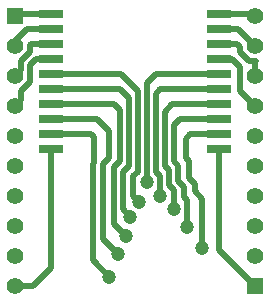
<source format=gtl>
G04 ( created by brdgerber.py ( brdgerber.py v0.1 2014-03-12 ) ) date 2021-02-10 09:33:23 EST*
G04 Gerber Fmt 3.4, Leading zero omitted, Abs format*
%MOIN*%
%FSLAX34Y34*%
G01*
G70*
G90*
G04 APERTURE LIST*
%ADD17C,0.0200*%
%ADD10R,0.0800X0.0260*%
%ADD11C,0.0050*%
%ADD19C,0.0000*%
%ADD20C,0.0059*%
%ADD13C,0.0020*%
%ADD15C,0.0550*%
%ADD16C,0.0120*%
%ADD18C,0.0472*%
%ADD14R,0.0550X0.0550*%
%ADD12C,0.0060*%
G04 APERTURE END LIST*
G54D17*
D10*
X-04800Y05050D03*
D10*
X-04800Y04550D03*
D10*
X-04800Y04050D03*
D10*
X-04800Y03550D03*
D10*
X-04800Y03050D03*
D10*
X-04800Y02550D03*
D10*
X-04800Y02050D03*
D10*
X-04800Y01550D03*
D10*
X00800Y01550D03*
D10*
X00800Y02050D03*
D10*
X00800Y02550D03*
D10*
X00800Y03050D03*
D10*
X00800Y03550D03*
D10*
X00800Y04050D03*
D10*
X00800Y04550D03*
D10*
X00800Y05050D03*
D10*
X-04800Y01050D03*
D10*
X-04800Y00550D03*
D10*
X00800Y01050D03*
D10*
X00800Y00550D03*
D14*
X02000Y-04000D03*
D15*
X02000Y-03000D03*
D15*
X02000Y-02000D03*
D15*
X02000Y-01000D03*
D15*
X02000Y00000D03*
D15*
X02000Y01000D03*
D15*
X02000Y02000D03*
D15*
X02000Y03000D03*
D15*
X02000Y04000D03*
D15*
X02000Y05000D03*
D14*
X-06000Y05000D03*
D15*
X-06000Y04000D03*
D15*
X-06000Y03000D03*
D15*
X-06000Y02000D03*
D15*
X-06000Y01000D03*
D15*
X-06000Y00000D03*
D15*
X-06000Y-01000D03*
D15*
X-06000Y-02000D03*
D15*
X-06000Y-03000D03*
D15*
X-06000Y-04000D03*
D17*
G01X-05400Y-04000D02*
G01X-06000Y-04000D01*
D17*
G01X-04800Y-03400D02*
G01X-05400Y-04000D01*
D17*
G01X-04800Y00550D02*
G01X-04800Y-03400D01*
D17*
G01X-04800Y05050D02*
G01X-05950Y05050D01*
D17*
G01X-05950Y05050D02*
G01X-06000Y05000D01*
D17*
G01X00800Y05050D02*
G01X01950Y05050D01*
D17*
G01X01950Y05050D02*
G01X02000Y05000D01*
D17*
G01X00800Y04550D02*
G01X01450Y04550D01*
D17*
G01X01450Y04550D02*
G01X02000Y04000D01*
D17*
G01X00800Y04050D02*
G01X01400Y04050D01*
D17*
G01X01400Y04050D02*
G01X01500Y03950D01*
D17*
G01X01500Y03950D02*
G01X01500Y03800D01*
D17*
G01X01500Y03800D02*
G01X01800Y03500D01*
D17*
G01X01800Y03500D02*
G01X02050Y03500D01*
D17*
G01X02050Y03500D02*
G01X02000Y03450D01*
D17*
G01X02000Y03450D02*
G01X02000Y03000D01*
D17*
G01X00800Y03550D02*
G01X01250Y03550D01*
D17*
G01X01250Y03550D02*
G01X01500Y03300D01*
D17*
G01X01500Y03300D02*
G01X01500Y02500D01*
D17*
G01X01500Y02500D02*
G01X02000Y02000D01*
D17*
G01X00800Y03050D02*
G01X-01300Y03050D01*
D17*
G01X-01300Y03050D02*
G01X-01600Y02750D01*
D17*
G01X-01600Y02750D02*
G01X-01600Y-00550D01*
D18*
X-01600Y-00550D03*
D17*
G01X00800Y02550D02*
G01X-01150Y02550D01*
D17*
G01X-01150Y02550D02*
G01X-01300Y02400D01*
D17*
G01X-01300Y02400D02*
G01X-01300Y-00200D01*
D17*
G01X-01300Y-00200D02*
G01X-01150Y-00350D01*
D17*
G01X-01150Y-00350D02*
G01X-01150Y-01000D01*
D18*
X-01150Y-01000D03*
D17*
G01X00800Y02050D02*
G01X-00750Y02050D01*
D17*
G01X-00750Y02050D02*
G01X-01000Y01800D01*
D17*
G01X-01000Y01800D02*
G01X-01000Y00000D01*
D17*
G01X-01000Y00000D02*
G01X-00850Y-00150D01*
D17*
G01X-00850Y-00150D02*
G01X-00850Y-00650D01*
D17*
G01X-00850Y-00650D02*
G01X-00700Y-00800D01*
D17*
G01X-00700Y-00800D02*
G01X-00700Y-01450D01*
D18*
X-00700Y-01450D03*
D17*
G01X00800Y01550D02*
G01X-00500Y01550D01*
D17*
G01X-00500Y01550D02*
G01X-00700Y01350D01*
D17*
G01X-00700Y01350D02*
G01X-00700Y00150D01*
D17*
G01X-00700Y00150D02*
G01X-00550Y00000D01*
D17*
G01X-00550Y00000D02*
G01X-00550Y-00500D01*
D17*
G01X-00550Y-00500D02*
G01X-00350Y-00700D01*
D17*
G01X-00350Y-00700D02*
G01X-00350Y-01050D01*
D17*
G01X-00350Y-01050D02*
G01X-00250Y-01150D01*
D17*
G01X-00250Y-01150D02*
G01X-00250Y-02050D01*
D18*
X-00250Y-02050D03*
D17*
G01X00800Y01050D02*
G01X-00150Y01050D01*
D17*
G01X-00150Y01050D02*
G01X-00300Y00900D01*
D17*
G01X-00300Y00900D02*
G01X-00300Y00250D01*
D17*
G01X-00300Y00250D02*
G01X-00200Y00150D01*
D17*
G01X-00200Y00150D02*
G01X-00200Y-00400D01*
D17*
G01X-00200Y-00400D02*
G01X00000Y-00600D01*
D17*
G01X00000Y-00600D02*
G01X00000Y-00850D01*
D17*
G01X00000Y-00850D02*
G01X00250Y-01100D01*
D17*
G01X00250Y-01100D02*
G01X00250Y-02750D01*
D18*
X00250Y-02750D03*
D17*
G01X00800Y00550D02*
G01X00800Y-02800D01*
D17*
G01X00800Y-02800D02*
G01X02000Y-04000D01*
D17*
G01X-04800Y04550D02*
G01X-05600Y04550D01*
D17*
G01X-05600Y04550D02*
G01X-06000Y04150D01*
D17*
G01X-06000Y04150D02*
G01X-06000Y04000D01*
D17*
G01X-04800Y04050D02*
G01X-05450Y04050D01*
D17*
G01X-05450Y04050D02*
G01X-05500Y04000D01*
D17*
G01X-05500Y04000D02*
G01X-05500Y03800D01*
D17*
G01X-05500Y03800D02*
G01X-05800Y03500D01*
D17*
G01X-05800Y03500D02*
G01X-05800Y03200D01*
D17*
G01X-05800Y03200D02*
G01X-06000Y03000D01*
D17*
G01X-04800Y03550D02*
G01X-05300Y03550D01*
D17*
G01X-05300Y03550D02*
G01X-05500Y03350D01*
D17*
G01X-05500Y03350D02*
G01X-05500Y02800D01*
D17*
G01X-05500Y02800D02*
G01X-05800Y02500D01*
D17*
G01X-05800Y02500D02*
G01X-05800Y02200D01*
D17*
G01X-05800Y02200D02*
G01X-06000Y02000D01*
D17*
G01X-04800Y03050D02*
G01X-02450Y03050D01*
D17*
G01X-02450Y03050D02*
G01X-01900Y02500D01*
D17*
G01X-01900Y02500D02*
G01X-01900Y-00200D01*
D17*
G01X-01900Y-00200D02*
G01X-02050Y-00350D01*
D17*
G01X-02050Y-00350D02*
G01X-02050Y-01000D01*
D17*
G01X-02050Y-01000D02*
G01X-01850Y-01200D01*
D18*
X-01850Y-01200D03*
D17*
G01X-04800Y02550D02*
G01X-02500Y02550D01*
D17*
G01X-02500Y02550D02*
G01X-02200Y02250D01*
D17*
G01X-02200Y02250D02*
G01X-02200Y00000D01*
D17*
G01X-02200Y00000D02*
G01X-02400Y-00200D01*
D17*
G01X-02400Y-00200D02*
G01X-02400Y-01450D01*
D17*
G01X-02400Y-01450D02*
G01X-02150Y-01700D01*
D18*
X-02150Y-01700D03*
D17*
G01X-04800Y02050D02*
G01X-02700Y02050D01*
D17*
G01X-02700Y02050D02*
G01X-02500Y01850D01*
D17*
G01X-02500Y01850D02*
G01X-02500Y00150D01*
D17*
G01X-02500Y00150D02*
G01X-02700Y-00050D01*
D17*
G01X-02700Y-00050D02*
G01X-02700Y-01950D01*
D17*
G01X-02700Y-01950D02*
G01X-02300Y-02350D01*
D18*
X-02300Y-02350D03*
D17*
G01X-04800Y01550D02*
G01X-03250Y01550D01*
D17*
G01X-03250Y01550D02*
G01X-02850Y01150D01*
D17*
G01X-02850Y01150D02*
G01X-02850Y00250D01*
D17*
G01X-02850Y00250D02*
G01X-03050Y00050D01*
D17*
G01X-03050Y00050D02*
G01X-03050Y-02450D01*
D17*
G01X-03050Y-02450D02*
G01X-02550Y-02950D01*
D18*
X-02550Y-02950D03*
D17*
G01X-04800Y01050D02*
G01X-03450Y01050D01*
D17*
G01X-03450Y01050D02*
G01X-03350Y00950D01*
D17*
G01X-03350Y00950D02*
G01X-03350Y00100D01*
D17*
G01X-03350Y00100D02*
G01X-03400Y00050D01*
D17*
G01X-03400Y00050D02*
G01X-03400Y-03150D01*
D17*
G01X-03400Y-03150D02*
G01X-02850Y-03700D01*
D18*
X-02850Y-03700D03*
M02*

</source>
